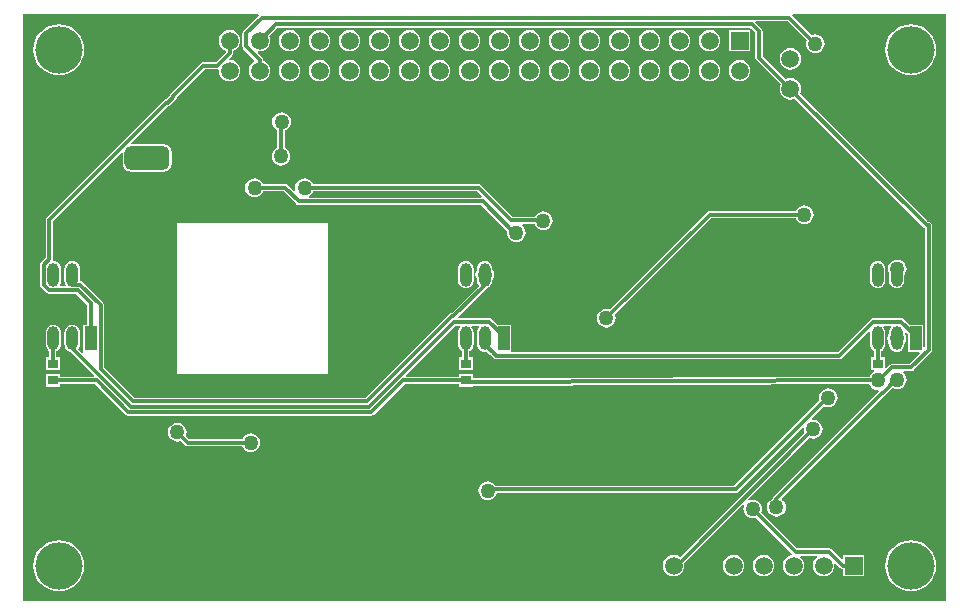
<source format=gbl>
G04*
G04 #@! TF.GenerationSoftware,Altium Limited,Altium Designer,18.1.11 (251)*
G04*
G04 Layer_Physical_Order=2*
G04 Layer_Color=16711680*
%FSLAX25Y25*%
%MOIN*%
G70*
G01*
G75*
%ADD82C,0.01200*%
%ADD85C,0.05906*%
%ADD86R,0.05906X0.05906*%
G04:AMPARAMS|DCode=87|XSize=150mil|YSize=78.74mil|CornerRadius=19.68mil|HoleSize=0mil|Usage=FLASHONLY|Rotation=0.000|XOffset=0mil|YOffset=0mil|HoleType=Round|Shape=RoundedRectangle|*
%AMROUNDEDRECTD87*
21,1,0.15000,0.03937,0,0,0.0*
21,1,0.11063,0.07874,0,0,0.0*
1,1,0.03937,0.05531,-0.01968*
1,1,0.03937,-0.05531,-0.01968*
1,1,0.03937,-0.05531,0.01968*
1,1,0.03937,0.05531,0.01968*
%
%ADD87ROUNDEDRECTD87*%
%ADD88C,0.05000*%
%ADD89C,0.15748*%
%ADD90R,0.03543X0.03150*%
%ADD91O,0.03937X0.07874*%
%ADD92R,0.03937X0.07874*%
G36*
X552379Y297621D02*
X244621D01*
Y493378D01*
X322941D01*
X323148Y492878D01*
X318082Y487812D01*
X317817Y487416D01*
X317724Y486947D01*
Y482614D01*
X317817Y482146D01*
X318082Y481749D01*
X321741Y478090D01*
X321602Y477522D01*
X320966Y477034D01*
X320397Y476292D01*
X320039Y475427D01*
X319917Y474500D01*
X320039Y473572D01*
X320397Y472708D01*
X320966Y471966D01*
X321708Y471397D01*
X322573Y471039D01*
X323500Y470917D01*
X324427Y471039D01*
X325292Y471397D01*
X326034Y471966D01*
X326603Y472708D01*
X326961Y473572D01*
X327083Y474500D01*
X326961Y475427D01*
X326603Y476292D01*
X326034Y477034D01*
X325292Y477603D01*
X324724Y477839D01*
Y478061D01*
X324630Y478530D01*
X324365Y478927D01*
X322785Y480506D01*
X323019Y480980D01*
X323500Y480917D01*
X324427Y481039D01*
X325292Y481397D01*
X326034Y481966D01*
X326603Y482708D01*
X326961Y483572D01*
X327083Y484500D01*
X326961Y485428D01*
X326726Y485996D01*
X329507Y488776D01*
X486985D01*
X487277Y488442D01*
X486982Y488053D01*
X486571Y488053D01*
X479947D01*
Y480947D01*
X487053D01*
Y487555D01*
X487053Y488010D01*
X487437Y488333D01*
X488677Y487093D01*
Y478886D01*
X488770Y478418D01*
X489035Y478021D01*
X497124Y469932D01*
X496889Y469363D01*
X496767Y468436D01*
X496889Y467508D01*
X497247Y466644D01*
X497817Y465902D01*
X498559Y465333D01*
X499423Y464975D01*
X500350Y464853D01*
X501278Y464975D01*
X501846Y465210D01*
X544921Y422135D01*
X545276Y421897D01*
Y382313D01*
X545167Y382239D01*
X544667Y382506D01*
Y389777D01*
X540008D01*
X538142Y391642D01*
X537746Y391908D01*
X537277Y392001D01*
X528022D01*
X527554Y391908D01*
X527157Y391642D01*
X516238Y380724D01*
X407368D01*
Y389777D01*
X402708D01*
X400843Y391642D01*
X400446Y391908D01*
X399978Y392001D01*
X389884D01*
X389693Y392463D01*
X399322Y402092D01*
X399795Y402288D01*
X400332Y402700D01*
X400744Y403236D01*
X401002Y403861D01*
X401091Y404531D01*
Y404784D01*
X401208Y404937D01*
X401520Y405691D01*
X401627Y406500D01*
X401520Y407309D01*
X401208Y408063D01*
X401091Y408216D01*
Y408468D01*
X401002Y409139D01*
X400744Y409764D01*
X400332Y410300D01*
X399795Y410712D01*
X399170Y410971D01*
X398500Y411059D01*
X397830Y410971D01*
X397205Y410712D01*
X396668Y410300D01*
X396256Y409764D01*
X395998Y409139D01*
X395909Y408468D01*
Y408216D01*
X395792Y408063D01*
X395480Y407309D01*
X395373Y406500D01*
X395480Y405691D01*
X395792Y404937D01*
X395909Y404784D01*
Y404531D01*
X395998Y403861D01*
X396256Y403236D01*
X396582Y402812D01*
X387570Y393801D01*
X387532D01*
X387063Y393707D01*
X386666Y393442D01*
X358748Y365524D01*
X281752D01*
X271691Y375585D01*
Y396316D01*
X271598Y396785D01*
X271333Y397182D01*
X264486Y404028D01*
X264089Y404293D01*
X263621Y404387D01*
X263578Y404436D01*
X263591Y404531D01*
Y408468D01*
X263502Y409139D01*
X263244Y409764D01*
X262832Y410300D01*
X262295Y410712D01*
X261670Y410971D01*
X261000Y411059D01*
X260330Y410971D01*
X259705Y410712D01*
X259168Y410300D01*
X258756Y409764D01*
X258498Y409139D01*
X258409Y408468D01*
Y404531D01*
X258498Y403861D01*
X258756Y403236D01*
X258871Y403087D01*
X258625Y402587D01*
X257076D01*
X256830Y403087D01*
X256944Y403236D01*
X257203Y403861D01*
X257291Y404531D01*
Y408468D01*
X257203Y409139D01*
X256944Y409764D01*
X256533Y410300D01*
X255996Y410712D01*
X255371Y410971D01*
X254977Y411023D01*
X254610Y411477D01*
X254594Y411550D01*
X254612Y411637D01*
Y424382D01*
X277378Y447148D01*
X277878Y446940D01*
Y443409D01*
X277966Y442739D01*
X278225Y442114D01*
X278637Y441578D01*
X279173Y441166D01*
X279798Y440907D01*
X280469Y440819D01*
X291531D01*
X292202Y440907D01*
X292827Y441166D01*
X293363Y441578D01*
X293775Y442114D01*
X294034Y442739D01*
X294122Y443409D01*
Y447346D01*
X294034Y448017D01*
X293775Y448642D01*
X293363Y449178D01*
X292827Y449590D01*
X292202Y449849D01*
X291531Y449937D01*
X280874D01*
X280667Y450437D01*
X292876Y462646D01*
X293312Y462733D01*
X293709Y462998D01*
X295565Y464854D01*
X295830Y465251D01*
X295917Y465687D01*
X305227Y474997D01*
X309347D01*
X309481Y475023D01*
X309931Y474612D01*
X309917Y474500D01*
X310039Y473572D01*
X310397Y472708D01*
X310966Y471966D01*
X311708Y471397D01*
X312573Y471039D01*
X313500Y470917D01*
X314427Y471039D01*
X315292Y471397D01*
X316034Y471966D01*
X316603Y472708D01*
X316961Y473572D01*
X317083Y474500D01*
X316961Y475427D01*
X316603Y476292D01*
X316034Y477034D01*
X315292Y477603D01*
X314427Y477961D01*
X313631Y478066D01*
X313389Y478532D01*
X314365Y479508D01*
X314630Y479905D01*
X314723Y480373D01*
Y481161D01*
X315292Y481397D01*
X316034Y481966D01*
X316603Y482708D01*
X316961Y483572D01*
X317083Y484500D01*
X316961Y485428D01*
X316603Y486292D01*
X316034Y487034D01*
X315292Y487603D01*
X314427Y487961D01*
X313500Y488083D01*
X312573Y487961D01*
X311708Y487603D01*
X310966Y487034D01*
X310397Y486292D01*
X310039Y485428D01*
X309917Y484500D01*
X310039Y483572D01*
X310397Y482708D01*
X310966Y481966D01*
X311708Y481397D01*
X312013Y481271D01*
X312096Y480699D01*
X308840Y477444D01*
X304720D01*
X304252Y477351D01*
X303855Y477085D01*
X293835Y467065D01*
X293570Y466668D01*
X293483Y466232D01*
X292331Y465080D01*
X291895Y464993D01*
X291498Y464728D01*
X252523Y425753D01*
X252258Y425357D01*
X252165Y424888D01*
Y412144D01*
X250667Y410646D01*
X250402Y410249D01*
X250309Y409781D01*
Y404662D01*
X250276Y404500D01*
X250309Y404338D01*
Y403219D01*
X250402Y402751D01*
X250667Y402354D01*
X252523Y400498D01*
X252920Y400233D01*
X253388Y400140D01*
X262369D01*
X266076Y396432D01*
Y389777D01*
X264731D01*
Y380707D01*
X264375Y380356D01*
X263031Y381699D01*
X263244Y381976D01*
X263502Y382601D01*
X263591Y383272D01*
Y387209D01*
X263502Y387879D01*
X263244Y388504D01*
X262832Y389040D01*
X262295Y389452D01*
X261670Y389711D01*
X261000Y389799D01*
X260330Y389711D01*
X259705Y389452D01*
X259168Y389040D01*
X258756Y388504D01*
X258498Y387879D01*
X258409Y387209D01*
Y383272D01*
X258498Y382601D01*
X258756Y381976D01*
X259168Y381440D01*
X259705Y381028D01*
X260330Y380769D01*
X260526Y380743D01*
X268340Y372930D01*
X268149Y372468D01*
X256872D01*
Y373419D01*
X252128D01*
Y369069D01*
X256872D01*
Y370021D01*
X268704D01*
X278889Y359835D01*
X279286Y359570D01*
X279754Y359476D01*
X360746D01*
X361214Y359570D01*
X361611Y359835D01*
X371796Y370021D01*
X389829D01*
Y369069D01*
X394572D01*
Y369527D01*
X526656Y370010D01*
X526792Y369681D01*
X527128Y369243D01*
Y369069D01*
X527261D01*
X527289Y369033D01*
X527937Y368536D01*
X528691Y368224D01*
X529500Y368117D01*
X529552Y368124D01*
X529785Y367651D01*
X494887Y332752D01*
X494622Y332355D01*
X494528Y331887D01*
Y331849D01*
X494189Y331708D01*
X493541Y331211D01*
X493044Y330563D01*
X492732Y329809D01*
X492625Y329000D01*
X492732Y328191D01*
X493044Y327437D01*
X493541Y326789D01*
X494189Y326292D01*
X494943Y325980D01*
X495752Y325873D01*
X496561Y325980D01*
X497315Y326292D01*
X497963Y326789D01*
X498460Y327437D01*
X498772Y328191D01*
X498879Y329000D01*
X498772Y329809D01*
X498460Y330563D01*
X497963Y331211D01*
X497709Y331406D01*
X497665Y332070D01*
X531595Y366000D01*
X531667Y366014D01*
X532063Y366279D01*
X534465Y368681D01*
X534517Y368759D01*
X535191Y368480D01*
X536000Y368373D01*
X536809Y368480D01*
X537563Y368792D01*
X538211Y369289D01*
X538708Y369937D01*
X539020Y370691D01*
X539127Y371500D01*
X539020Y372309D01*
X538708Y373063D01*
X538211Y373711D01*
X537995Y373877D01*
X538165Y374377D01*
X540626D01*
X541095Y374470D01*
X541492Y374735D01*
X547365Y380608D01*
X547630Y381005D01*
X547723Y381473D01*
Y423000D01*
X547630Y423468D01*
X547365Y423865D01*
X546968Y424130D01*
X546500Y424224D01*
X546293D01*
X503576Y466940D01*
X503812Y467508D01*
X503934Y468436D01*
X503812Y469363D01*
X503454Y470228D01*
X502884Y470970D01*
X502142Y471539D01*
X501278Y471897D01*
X500350Y472019D01*
X499423Y471897D01*
X498855Y471662D01*
X491123Y479393D01*
Y487600D01*
X491030Y488068D01*
X490765Y488465D01*
X488754Y490477D01*
X488961Y490976D01*
X499493D01*
X505821Y484649D01*
X505680Y484309D01*
X505573Y483500D01*
X505680Y482691D01*
X505992Y481937D01*
X506489Y481289D01*
X507137Y480792D01*
X507891Y480480D01*
X508700Y480373D01*
X509509Y480480D01*
X510263Y480792D01*
X510911Y481289D01*
X511408Y481937D01*
X511720Y482691D01*
X511827Y483500D01*
X511720Y484309D01*
X511408Y485063D01*
X510911Y485711D01*
X510263Y486208D01*
X509509Y486520D01*
X508700Y486627D01*
X507891Y486520D01*
X507551Y486379D01*
X501052Y492878D01*
X501259Y493378D01*
X552378D01*
X552379Y297621D01*
D02*
G37*
G36*
X533984Y389054D02*
X533967Y389040D01*
X533556Y388504D01*
X533297Y387879D01*
X533209Y387209D01*
Y386956D01*
X533091Y386804D01*
X532779Y386049D01*
X532673Y385240D01*
X532779Y384431D01*
X533091Y383677D01*
X533209Y383524D01*
Y383272D01*
X533297Y382601D01*
X533556Y381976D01*
X533967Y381440D01*
X534504Y381028D01*
X535129Y380769D01*
X535799Y380681D01*
X536470Y380769D01*
X537094Y381028D01*
X537631Y381440D01*
X538043Y381976D01*
X538302Y382601D01*
X538390Y383272D01*
Y383524D01*
X538507Y383677D01*
X538819Y384431D01*
X538926Y385240D01*
X538819Y386049D01*
X538507Y386804D01*
X538564Y387053D01*
X539112Y387212D01*
X539530Y386794D01*
Y380703D01*
X543346D01*
X543537Y380241D01*
X540120Y376823D01*
X534302D01*
X533834Y376730D01*
X533437Y376465D01*
X532334Y375362D01*
X531872Y375553D01*
Y378931D01*
X530723D01*
Y380998D01*
X530795Y381028D01*
X531332Y381440D01*
X531744Y381976D01*
X532002Y382601D01*
X532091Y383272D01*
Y387209D01*
X532002Y387879D01*
X531744Y388504D01*
X531332Y389040D01*
X531315Y389054D01*
X531485Y389554D01*
X533815D01*
X533984Y389054D01*
D02*
G37*
G36*
X396685D02*
X396668Y389040D01*
X396256Y388504D01*
X395998Y387879D01*
X395909Y387209D01*
Y383272D01*
X395998Y382601D01*
X396256Y381976D01*
X396668Y381440D01*
X397205Y381028D01*
X397830Y380769D01*
X398500Y380681D01*
X399170Y380769D01*
X399313Y380828D01*
X400365Y379775D01*
X400365Y379775D01*
X401506Y378635D01*
X401903Y378370D01*
X402371Y378276D01*
X516745D01*
X517213Y378370D01*
X517610Y378635D01*
X526439Y387464D01*
X526912Y387230D01*
X526909Y387209D01*
Y383272D01*
X526998Y382601D01*
X527256Y381976D01*
X527668Y381440D01*
X528205Y381028D01*
X528276Y380998D01*
Y378931D01*
X527128D01*
Y374581D01*
X528149D01*
X528249Y374081D01*
X527937Y373952D01*
X527289Y373455D01*
X527261Y373419D01*
X527128D01*
Y373246D01*
X526792Y372808D01*
X526647Y372457D01*
X394927Y371976D01*
X394572Y372329D01*
Y373419D01*
X389829D01*
Y372468D01*
X372351D01*
X372160Y372930D01*
X388784Y389554D01*
X390216D01*
X390386Y389054D01*
X390369Y389040D01*
X389957Y388504D01*
X389698Y387879D01*
X389610Y387209D01*
Y383272D01*
X389698Y382601D01*
X389957Y381976D01*
X390369Y381440D01*
X390905Y381028D01*
X390977Y380998D01*
Y378931D01*
X389829D01*
Y374581D01*
X394572D01*
Y378931D01*
X393424D01*
Y380998D01*
X393496Y381028D01*
X394033Y381440D01*
X394444Y381976D01*
X394703Y382601D01*
X394791Y383272D01*
Y387209D01*
X394703Y387879D01*
X394444Y388504D01*
X394033Y389040D01*
X394016Y389054D01*
X394185Y389554D01*
X396515D01*
X396685Y389054D01*
D02*
G37*
%LPC*%
G36*
X473500Y488083D02*
X472573Y487961D01*
X471708Y487603D01*
X470966Y487034D01*
X470397Y486292D01*
X470039Y485428D01*
X469917Y484500D01*
X470039Y483572D01*
X470397Y482708D01*
X470966Y481966D01*
X471708Y481397D01*
X472573Y481039D01*
X473500Y480917D01*
X474428Y481039D01*
X475292Y481397D01*
X476034Y481966D01*
X476603Y482708D01*
X476961Y483572D01*
X477083Y484500D01*
X476961Y485428D01*
X476603Y486292D01*
X476034Y487034D01*
X475292Y487603D01*
X474428Y487961D01*
X473500Y488083D01*
D02*
G37*
G36*
X463500D02*
X462572Y487961D01*
X461708Y487603D01*
X460966Y487034D01*
X460397Y486292D01*
X460039Y485428D01*
X459917Y484500D01*
X460039Y483572D01*
X460397Y482708D01*
X460966Y481966D01*
X461708Y481397D01*
X462572Y481039D01*
X463500Y480917D01*
X464428Y481039D01*
X465292Y481397D01*
X466034Y481966D01*
X466603Y482708D01*
X466961Y483572D01*
X467083Y484500D01*
X466961Y485428D01*
X466603Y486292D01*
X466034Y487034D01*
X465292Y487603D01*
X464428Y487961D01*
X463500Y488083D01*
D02*
G37*
G36*
X453500D02*
X452572Y487961D01*
X451708Y487603D01*
X450966Y487034D01*
X450397Y486292D01*
X450039Y485428D01*
X449917Y484500D01*
X450039Y483572D01*
X450397Y482708D01*
X450966Y481966D01*
X451708Y481397D01*
X452572Y481039D01*
X453500Y480917D01*
X454427Y481039D01*
X455292Y481397D01*
X456034Y481966D01*
X456603Y482708D01*
X456961Y483572D01*
X457083Y484500D01*
X456961Y485428D01*
X456603Y486292D01*
X456034Y487034D01*
X455292Y487603D01*
X454427Y487961D01*
X453500Y488083D01*
D02*
G37*
G36*
X443500D02*
X442572Y487961D01*
X441708Y487603D01*
X440966Y487034D01*
X440397Y486292D01*
X440039Y485428D01*
X439917Y484500D01*
X440039Y483572D01*
X440397Y482708D01*
X440966Y481966D01*
X441708Y481397D01*
X442572Y481039D01*
X443500Y480917D01*
X444427Y481039D01*
X445292Y481397D01*
X446034Y481966D01*
X446603Y482708D01*
X446961Y483572D01*
X447083Y484500D01*
X446961Y485428D01*
X446603Y486292D01*
X446034Y487034D01*
X445292Y487603D01*
X444427Y487961D01*
X443500Y488083D01*
D02*
G37*
G36*
X433500D02*
X432573Y487961D01*
X431708Y487603D01*
X430966Y487034D01*
X430397Y486292D01*
X430039Y485428D01*
X429917Y484500D01*
X430039Y483572D01*
X430397Y482708D01*
X430966Y481966D01*
X431708Y481397D01*
X432573Y481039D01*
X433500Y480917D01*
X434427Y481039D01*
X435292Y481397D01*
X436034Y481966D01*
X436603Y482708D01*
X436961Y483572D01*
X437083Y484500D01*
X436961Y485428D01*
X436603Y486292D01*
X436034Y487034D01*
X435292Y487603D01*
X434427Y487961D01*
X433500Y488083D01*
D02*
G37*
G36*
X423500D02*
X422573Y487961D01*
X421708Y487603D01*
X420966Y487034D01*
X420397Y486292D01*
X420039Y485428D01*
X419917Y484500D01*
X420039Y483572D01*
X420397Y482708D01*
X420966Y481966D01*
X421708Y481397D01*
X422573Y481039D01*
X423500Y480917D01*
X424428Y481039D01*
X425292Y481397D01*
X426034Y481966D01*
X426603Y482708D01*
X426961Y483572D01*
X427083Y484500D01*
X426961Y485428D01*
X426603Y486292D01*
X426034Y487034D01*
X425292Y487603D01*
X424428Y487961D01*
X423500Y488083D01*
D02*
G37*
G36*
X413500D02*
X412572Y487961D01*
X411708Y487603D01*
X410966Y487034D01*
X410397Y486292D01*
X410039Y485428D01*
X409917Y484500D01*
X410039Y483572D01*
X410397Y482708D01*
X410966Y481966D01*
X411708Y481397D01*
X412572Y481039D01*
X413500Y480917D01*
X414428Y481039D01*
X415292Y481397D01*
X416034Y481966D01*
X416603Y482708D01*
X416961Y483572D01*
X417083Y484500D01*
X416961Y485428D01*
X416603Y486292D01*
X416034Y487034D01*
X415292Y487603D01*
X414428Y487961D01*
X413500Y488083D01*
D02*
G37*
G36*
X403500D02*
X402573Y487961D01*
X401708Y487603D01*
X400966Y487034D01*
X400397Y486292D01*
X400039Y485428D01*
X399917Y484500D01*
X400039Y483572D01*
X400397Y482708D01*
X400966Y481966D01*
X401708Y481397D01*
X402573Y481039D01*
X403500Y480917D01*
X404427Y481039D01*
X405292Y481397D01*
X406034Y481966D01*
X406603Y482708D01*
X406961Y483572D01*
X407083Y484500D01*
X406961Y485428D01*
X406603Y486292D01*
X406034Y487034D01*
X405292Y487603D01*
X404427Y487961D01*
X403500Y488083D01*
D02*
G37*
G36*
X393500D02*
X392573Y487961D01*
X391708Y487603D01*
X390966Y487034D01*
X390397Y486292D01*
X390039Y485428D01*
X389917Y484500D01*
X390039Y483572D01*
X390397Y482708D01*
X390966Y481966D01*
X391708Y481397D01*
X392573Y481039D01*
X393500Y480917D01*
X394427Y481039D01*
X395292Y481397D01*
X396034Y481966D01*
X396603Y482708D01*
X396961Y483572D01*
X397083Y484500D01*
X396961Y485428D01*
X396603Y486292D01*
X396034Y487034D01*
X395292Y487603D01*
X394427Y487961D01*
X393500Y488083D01*
D02*
G37*
G36*
X383500D02*
X382573Y487961D01*
X381708Y487603D01*
X380966Y487034D01*
X380397Y486292D01*
X380039Y485428D01*
X379917Y484500D01*
X380039Y483572D01*
X380397Y482708D01*
X380966Y481966D01*
X381708Y481397D01*
X382573Y481039D01*
X383500Y480917D01*
X384427Y481039D01*
X385292Y481397D01*
X386034Y481966D01*
X386603Y482708D01*
X386961Y483572D01*
X387083Y484500D01*
X386961Y485428D01*
X386603Y486292D01*
X386034Y487034D01*
X385292Y487603D01*
X384427Y487961D01*
X383500Y488083D01*
D02*
G37*
G36*
X373500D02*
X372573Y487961D01*
X371708Y487603D01*
X370966Y487034D01*
X370397Y486292D01*
X370039Y485428D01*
X369917Y484500D01*
X370039Y483572D01*
X370397Y482708D01*
X370966Y481966D01*
X371708Y481397D01*
X372573Y481039D01*
X373500Y480917D01*
X374427Y481039D01*
X375292Y481397D01*
X376034Y481966D01*
X376603Y482708D01*
X376961Y483572D01*
X377083Y484500D01*
X376961Y485428D01*
X376603Y486292D01*
X376034Y487034D01*
X375292Y487603D01*
X374427Y487961D01*
X373500Y488083D01*
D02*
G37*
G36*
X363500D02*
X362573Y487961D01*
X361708Y487603D01*
X360966Y487034D01*
X360397Y486292D01*
X360039Y485428D01*
X359917Y484500D01*
X360039Y483572D01*
X360397Y482708D01*
X360966Y481966D01*
X361708Y481397D01*
X362573Y481039D01*
X363500Y480917D01*
X364427Y481039D01*
X365292Y481397D01*
X366034Y481966D01*
X366603Y482708D01*
X366961Y483572D01*
X367083Y484500D01*
X366961Y485428D01*
X366603Y486292D01*
X366034Y487034D01*
X365292Y487603D01*
X364427Y487961D01*
X363500Y488083D01*
D02*
G37*
G36*
X353500D02*
X352573Y487961D01*
X351708Y487603D01*
X350966Y487034D01*
X350397Y486292D01*
X350039Y485428D01*
X349917Y484500D01*
X350039Y483572D01*
X350397Y482708D01*
X350966Y481966D01*
X351708Y481397D01*
X352573Y481039D01*
X353500Y480917D01*
X354427Y481039D01*
X355292Y481397D01*
X356034Y481966D01*
X356603Y482708D01*
X356961Y483572D01*
X357083Y484500D01*
X356961Y485428D01*
X356603Y486292D01*
X356034Y487034D01*
X355292Y487603D01*
X354427Y487961D01*
X353500Y488083D01*
D02*
G37*
G36*
X343500D02*
X342573Y487961D01*
X341708Y487603D01*
X340966Y487034D01*
X340397Y486292D01*
X340039Y485428D01*
X339917Y484500D01*
X340039Y483572D01*
X340397Y482708D01*
X340966Y481966D01*
X341708Y481397D01*
X342573Y481039D01*
X343500Y480917D01*
X344427Y481039D01*
X345292Y481397D01*
X346034Y481966D01*
X346603Y482708D01*
X346961Y483572D01*
X347083Y484500D01*
X346961Y485428D01*
X346603Y486292D01*
X346034Y487034D01*
X345292Y487603D01*
X344427Y487961D01*
X343500Y488083D01*
D02*
G37*
G36*
X333500D02*
X332573Y487961D01*
X331708Y487603D01*
X330966Y487034D01*
X330397Y486292D01*
X330039Y485428D01*
X329917Y484500D01*
X330039Y483572D01*
X330397Y482708D01*
X330966Y481966D01*
X331708Y481397D01*
X332573Y481039D01*
X333500Y480917D01*
X334427Y481039D01*
X335292Y481397D01*
X336034Y481966D01*
X336603Y482708D01*
X336961Y483572D01*
X337083Y484500D01*
X336961Y485428D01*
X336603Y486292D01*
X336034Y487034D01*
X335292Y487603D01*
X334427Y487961D01*
X333500Y488083D01*
D02*
G37*
G36*
X500350Y482019D02*
X499423Y481897D01*
X498559Y481539D01*
X497817Y480970D01*
X497247Y480228D01*
X496889Y479363D01*
X496767Y478436D01*
X496889Y477508D01*
X497247Y476644D01*
X497817Y475902D01*
X498559Y475333D01*
X499423Y474975D01*
X500350Y474853D01*
X501278Y474975D01*
X502142Y475333D01*
X502884Y475902D01*
X503454Y476644D01*
X503812Y477508D01*
X503934Y478436D01*
X503812Y479363D01*
X503454Y480228D01*
X502884Y480970D01*
X502142Y481539D01*
X501278Y481897D01*
X500350Y482019D01*
D02*
G37*
G36*
X540500Y490015D02*
X538839Y489851D01*
X537241Y489367D01*
X535769Y488580D01*
X534479Y487521D01*
X533420Y486231D01*
X532633Y484759D01*
X532149Y483161D01*
X531985Y481500D01*
X532149Y479839D01*
X532633Y478241D01*
X533420Y476769D01*
X534479Y475479D01*
X535769Y474420D01*
X537241Y473633D01*
X538839Y473149D01*
X540500Y472985D01*
X542161Y473149D01*
X543759Y473633D01*
X545231Y474420D01*
X546521Y475479D01*
X547580Y476769D01*
X548367Y478241D01*
X548851Y479839D01*
X549015Y481500D01*
X548851Y483161D01*
X548367Y484759D01*
X547580Y486231D01*
X546521Y487521D01*
X545231Y488580D01*
X543759Y489367D01*
X542161Y489851D01*
X540500Y490015D01*
D02*
G37*
G36*
X256500D02*
X254839Y489851D01*
X253241Y489367D01*
X251769Y488580D01*
X250479Y487521D01*
X249420Y486231D01*
X248633Y484759D01*
X248149Y483161D01*
X247985Y481500D01*
X248149Y479839D01*
X248633Y478241D01*
X249420Y476769D01*
X250479Y475479D01*
X251769Y474420D01*
X253241Y473633D01*
X254839Y473149D01*
X256500Y472985D01*
X258161Y473149D01*
X259759Y473633D01*
X261231Y474420D01*
X262521Y475479D01*
X263580Y476769D01*
X264367Y478241D01*
X264851Y479839D01*
X265015Y481500D01*
X264851Y483161D01*
X264367Y484759D01*
X263580Y486231D01*
X262521Y487521D01*
X261231Y488580D01*
X259759Y489367D01*
X258161Y489851D01*
X256500Y490015D01*
D02*
G37*
G36*
X483500Y478083D02*
X482573Y477961D01*
X481708Y477603D01*
X480966Y477034D01*
X480397Y476292D01*
X480039Y475427D01*
X479917Y474500D01*
X480039Y473572D01*
X480397Y472708D01*
X480966Y471966D01*
X481708Y471397D01*
X482573Y471039D01*
X483500Y470917D01*
X484427Y471039D01*
X485292Y471397D01*
X486034Y471966D01*
X486603Y472708D01*
X486961Y473572D01*
X487083Y474500D01*
X486961Y475427D01*
X486603Y476292D01*
X486034Y477034D01*
X485292Y477603D01*
X484427Y477961D01*
X483500Y478083D01*
D02*
G37*
G36*
X473500D02*
X472573Y477961D01*
X471708Y477603D01*
X470966Y477034D01*
X470397Y476292D01*
X470039Y475427D01*
X469917Y474500D01*
X470039Y473572D01*
X470397Y472708D01*
X470966Y471966D01*
X471708Y471397D01*
X472573Y471039D01*
X473500Y470917D01*
X474428Y471039D01*
X475292Y471397D01*
X476034Y471966D01*
X476603Y472708D01*
X476961Y473572D01*
X477083Y474500D01*
X476961Y475427D01*
X476603Y476292D01*
X476034Y477034D01*
X475292Y477603D01*
X474428Y477961D01*
X473500Y478083D01*
D02*
G37*
G36*
X463500D02*
X462572Y477961D01*
X461708Y477603D01*
X460966Y477034D01*
X460397Y476292D01*
X460039Y475427D01*
X459917Y474500D01*
X460039Y473572D01*
X460397Y472708D01*
X460966Y471966D01*
X461708Y471397D01*
X462572Y471039D01*
X463500Y470917D01*
X464428Y471039D01*
X465292Y471397D01*
X466034Y471966D01*
X466603Y472708D01*
X466961Y473572D01*
X467083Y474500D01*
X466961Y475427D01*
X466603Y476292D01*
X466034Y477034D01*
X465292Y477603D01*
X464428Y477961D01*
X463500Y478083D01*
D02*
G37*
G36*
X453500D02*
X452572Y477961D01*
X451708Y477603D01*
X450966Y477034D01*
X450397Y476292D01*
X450039Y475427D01*
X449917Y474500D01*
X450039Y473572D01*
X450397Y472708D01*
X450966Y471966D01*
X451708Y471397D01*
X452572Y471039D01*
X453500Y470917D01*
X454427Y471039D01*
X455292Y471397D01*
X456034Y471966D01*
X456603Y472708D01*
X456961Y473572D01*
X457083Y474500D01*
X456961Y475427D01*
X456603Y476292D01*
X456034Y477034D01*
X455292Y477603D01*
X454427Y477961D01*
X453500Y478083D01*
D02*
G37*
G36*
X443500D02*
X442572Y477961D01*
X441708Y477603D01*
X440966Y477034D01*
X440397Y476292D01*
X440039Y475427D01*
X439917Y474500D01*
X440039Y473572D01*
X440397Y472708D01*
X440966Y471966D01*
X441708Y471397D01*
X442572Y471039D01*
X443500Y470917D01*
X444427Y471039D01*
X445292Y471397D01*
X446034Y471966D01*
X446603Y472708D01*
X446961Y473572D01*
X447083Y474500D01*
X446961Y475427D01*
X446603Y476292D01*
X446034Y477034D01*
X445292Y477603D01*
X444427Y477961D01*
X443500Y478083D01*
D02*
G37*
G36*
X433500D02*
X432573Y477961D01*
X431708Y477603D01*
X430966Y477034D01*
X430397Y476292D01*
X430039Y475427D01*
X429917Y474500D01*
X430039Y473572D01*
X430397Y472708D01*
X430966Y471966D01*
X431708Y471397D01*
X432573Y471039D01*
X433500Y470917D01*
X434427Y471039D01*
X435292Y471397D01*
X436034Y471966D01*
X436603Y472708D01*
X436961Y473572D01*
X437083Y474500D01*
X436961Y475427D01*
X436603Y476292D01*
X436034Y477034D01*
X435292Y477603D01*
X434427Y477961D01*
X433500Y478083D01*
D02*
G37*
G36*
X423500D02*
X422573Y477961D01*
X421708Y477603D01*
X420966Y477034D01*
X420397Y476292D01*
X420039Y475427D01*
X419917Y474500D01*
X420039Y473572D01*
X420397Y472708D01*
X420966Y471966D01*
X421708Y471397D01*
X422573Y471039D01*
X423500Y470917D01*
X424428Y471039D01*
X425292Y471397D01*
X426034Y471966D01*
X426603Y472708D01*
X426961Y473572D01*
X427083Y474500D01*
X426961Y475427D01*
X426603Y476292D01*
X426034Y477034D01*
X425292Y477603D01*
X424428Y477961D01*
X423500Y478083D01*
D02*
G37*
G36*
X413500D02*
X412572Y477961D01*
X411708Y477603D01*
X410966Y477034D01*
X410397Y476292D01*
X410039Y475427D01*
X409917Y474500D01*
X410039Y473572D01*
X410397Y472708D01*
X410966Y471966D01*
X411708Y471397D01*
X412572Y471039D01*
X413500Y470917D01*
X414428Y471039D01*
X415292Y471397D01*
X416034Y471966D01*
X416603Y472708D01*
X416961Y473572D01*
X417083Y474500D01*
X416961Y475427D01*
X416603Y476292D01*
X416034Y477034D01*
X415292Y477603D01*
X414428Y477961D01*
X413500Y478083D01*
D02*
G37*
G36*
X403500D02*
X402573Y477961D01*
X401708Y477603D01*
X400966Y477034D01*
X400397Y476292D01*
X400039Y475427D01*
X399917Y474500D01*
X400039Y473572D01*
X400397Y472708D01*
X400966Y471966D01*
X401708Y471397D01*
X402573Y471039D01*
X403500Y470917D01*
X404427Y471039D01*
X405292Y471397D01*
X406034Y471966D01*
X406603Y472708D01*
X406961Y473572D01*
X407083Y474500D01*
X406961Y475427D01*
X406603Y476292D01*
X406034Y477034D01*
X405292Y477603D01*
X404427Y477961D01*
X403500Y478083D01*
D02*
G37*
G36*
X393500D02*
X392573Y477961D01*
X391708Y477603D01*
X390966Y477034D01*
X390397Y476292D01*
X390039Y475427D01*
X389917Y474500D01*
X390039Y473572D01*
X390397Y472708D01*
X390966Y471966D01*
X391708Y471397D01*
X392573Y471039D01*
X393500Y470917D01*
X394427Y471039D01*
X395292Y471397D01*
X396034Y471966D01*
X396603Y472708D01*
X396961Y473572D01*
X397083Y474500D01*
X396961Y475427D01*
X396603Y476292D01*
X396034Y477034D01*
X395292Y477603D01*
X394427Y477961D01*
X393500Y478083D01*
D02*
G37*
G36*
X383500D02*
X382573Y477961D01*
X381708Y477603D01*
X380966Y477034D01*
X380397Y476292D01*
X380039Y475427D01*
X379917Y474500D01*
X380039Y473572D01*
X380397Y472708D01*
X380966Y471966D01*
X381708Y471397D01*
X382573Y471039D01*
X383500Y470917D01*
X384427Y471039D01*
X385292Y471397D01*
X386034Y471966D01*
X386603Y472708D01*
X386961Y473572D01*
X387083Y474500D01*
X386961Y475427D01*
X386603Y476292D01*
X386034Y477034D01*
X385292Y477603D01*
X384427Y477961D01*
X383500Y478083D01*
D02*
G37*
G36*
X373500D02*
X372573Y477961D01*
X371708Y477603D01*
X370966Y477034D01*
X370397Y476292D01*
X370039Y475427D01*
X369917Y474500D01*
X370039Y473572D01*
X370397Y472708D01*
X370966Y471966D01*
X371708Y471397D01*
X372573Y471039D01*
X373500Y470917D01*
X374427Y471039D01*
X375292Y471397D01*
X376034Y471966D01*
X376603Y472708D01*
X376961Y473572D01*
X377083Y474500D01*
X376961Y475427D01*
X376603Y476292D01*
X376034Y477034D01*
X375292Y477603D01*
X374427Y477961D01*
X373500Y478083D01*
D02*
G37*
G36*
X363500D02*
X362573Y477961D01*
X361708Y477603D01*
X360966Y477034D01*
X360397Y476292D01*
X360039Y475427D01*
X359917Y474500D01*
X360039Y473572D01*
X360397Y472708D01*
X360966Y471966D01*
X361708Y471397D01*
X362573Y471039D01*
X363500Y470917D01*
X364427Y471039D01*
X365292Y471397D01*
X366034Y471966D01*
X366603Y472708D01*
X366961Y473572D01*
X367083Y474500D01*
X366961Y475427D01*
X366603Y476292D01*
X366034Y477034D01*
X365292Y477603D01*
X364427Y477961D01*
X363500Y478083D01*
D02*
G37*
G36*
X353500D02*
X352573Y477961D01*
X351708Y477603D01*
X350966Y477034D01*
X350397Y476292D01*
X350039Y475427D01*
X349917Y474500D01*
X350039Y473572D01*
X350397Y472708D01*
X350966Y471966D01*
X351708Y471397D01*
X352573Y471039D01*
X353500Y470917D01*
X354427Y471039D01*
X355292Y471397D01*
X356034Y471966D01*
X356603Y472708D01*
X356961Y473572D01*
X357083Y474500D01*
X356961Y475427D01*
X356603Y476292D01*
X356034Y477034D01*
X355292Y477603D01*
X354427Y477961D01*
X353500Y478083D01*
D02*
G37*
G36*
X343500D02*
X342573Y477961D01*
X341708Y477603D01*
X340966Y477034D01*
X340397Y476292D01*
X340039Y475427D01*
X339917Y474500D01*
X340039Y473572D01*
X340397Y472708D01*
X340966Y471966D01*
X341708Y471397D01*
X342573Y471039D01*
X343500Y470917D01*
X344427Y471039D01*
X345292Y471397D01*
X346034Y471966D01*
X346603Y472708D01*
X346961Y473572D01*
X347083Y474500D01*
X346961Y475427D01*
X346603Y476292D01*
X346034Y477034D01*
X345292Y477603D01*
X344427Y477961D01*
X343500Y478083D01*
D02*
G37*
G36*
X333500D02*
X332573Y477961D01*
X331708Y477603D01*
X330966Y477034D01*
X330397Y476292D01*
X330039Y475427D01*
X329917Y474500D01*
X330039Y473572D01*
X330397Y472708D01*
X330966Y471966D01*
X331708Y471397D01*
X332573Y471039D01*
X333500Y470917D01*
X334427Y471039D01*
X335292Y471397D01*
X336034Y471966D01*
X336603Y472708D01*
X336961Y473572D01*
X337083Y474500D01*
X336961Y475427D01*
X336603Y476292D01*
X336034Y477034D01*
X335292Y477603D01*
X334427Y477961D01*
X333500Y478083D01*
D02*
G37*
G36*
X330760Y460627D02*
X329951Y460520D01*
X329197Y460208D01*
X328549Y459711D01*
X328052Y459063D01*
X327740Y458309D01*
X327633Y457500D01*
X327740Y456691D01*
X328052Y455937D01*
X328549Y455289D01*
X329197Y454792D01*
X329340Y454733D01*
Y448798D01*
X329000Y448657D01*
X328352Y448160D01*
X327855Y447512D01*
X327543Y446758D01*
X327436Y445949D01*
X327543Y445140D01*
X327855Y444385D01*
X328352Y443738D01*
X329000Y443241D01*
X329754Y442929D01*
X330563Y442822D01*
X331372Y442929D01*
X332126Y443241D01*
X332774Y443738D01*
X333271Y444385D01*
X333583Y445140D01*
X333690Y445949D01*
X333583Y446758D01*
X333271Y447512D01*
X332774Y448160D01*
X332126Y448657D01*
X331786Y448798D01*
Y454570D01*
X332323Y454792D01*
X332971Y455289D01*
X333468Y455937D01*
X333780Y456691D01*
X333887Y457500D01*
X333780Y458309D01*
X333468Y459063D01*
X332971Y459711D01*
X332323Y460208D01*
X331569Y460520D01*
X330760Y460627D01*
D02*
G37*
G36*
X338437Y438576D02*
X337628Y438469D01*
X336874Y438157D01*
X336226Y437660D01*
X335729Y437012D01*
X335417Y436258D01*
X335310Y435449D01*
X335417Y434640D01*
X335501Y434437D01*
X335077Y434153D01*
X332916Y436314D01*
X332519Y436579D01*
X332051Y436672D01*
X324618D01*
X324477Y437012D01*
X323980Y437660D01*
X323333Y438157D01*
X322579Y438469D01*
X321769Y438576D01*
X320960Y438469D01*
X320206Y438157D01*
X319558Y437660D01*
X319061Y437012D01*
X318749Y436258D01*
X318642Y435449D01*
X318749Y434640D01*
X319061Y433885D01*
X319558Y433238D01*
X320206Y432741D01*
X320960Y432429D01*
X321769Y432322D01*
X322579Y432429D01*
X323333Y432741D01*
X323980Y433238D01*
X324477Y433885D01*
X324618Y434225D01*
X331544D01*
X335635Y430135D01*
X336032Y429870D01*
X336500Y429776D01*
X397284D01*
X405953Y421107D01*
X405873Y420500D01*
X405980Y419691D01*
X406292Y418937D01*
X406789Y418289D01*
X407437Y417792D01*
X408191Y417480D01*
X409000Y417373D01*
X409809Y417480D01*
X410563Y417792D01*
X411211Y418289D01*
X411708Y418937D01*
X412020Y419691D01*
X412127Y420500D01*
X412020Y421309D01*
X411708Y422063D01*
X411211Y422711D01*
X410995Y422877D01*
X411165Y423377D01*
X415110D01*
X415292Y422937D01*
X415789Y422289D01*
X416437Y421792D01*
X417191Y421480D01*
X418000Y421373D01*
X418809Y421480D01*
X419563Y421792D01*
X420211Y422289D01*
X420708Y422937D01*
X421020Y423691D01*
X421127Y424500D01*
X421020Y425309D01*
X420708Y426063D01*
X420211Y426711D01*
X419563Y427208D01*
X418809Y427520D01*
X418000Y427627D01*
X417191Y427520D01*
X416437Y427208D01*
X415789Y426711D01*
X415292Y426063D01*
X415193Y425823D01*
X407808D01*
X397318Y436314D01*
X396921Y436579D01*
X396453Y436672D01*
X341286D01*
X341145Y437012D01*
X340648Y437660D01*
X340000Y438157D01*
X339246Y438469D01*
X338437Y438576D01*
D02*
G37*
G36*
X505000Y429627D02*
X504191Y429520D01*
X503437Y429208D01*
X502789Y428711D01*
X502292Y428063D01*
X502151Y427724D01*
X473500D01*
X473032Y427630D01*
X472635Y427365D01*
X440149Y394879D01*
X439809Y395020D01*
X439000Y395127D01*
X438191Y395020D01*
X437437Y394708D01*
X436789Y394211D01*
X436292Y393563D01*
X435980Y392809D01*
X435873Y392000D01*
X435980Y391191D01*
X436292Y390437D01*
X436789Y389789D01*
X437437Y389292D01*
X438191Y388980D01*
X439000Y388873D01*
X439809Y388980D01*
X440563Y389292D01*
X441211Y389789D01*
X441708Y390437D01*
X442020Y391191D01*
X442127Y392000D01*
X442020Y392809D01*
X441879Y393149D01*
X474007Y425277D01*
X502151D01*
X502292Y424937D01*
X502789Y424289D01*
X503437Y423792D01*
X504191Y423480D01*
X505000Y423373D01*
X505809Y423480D01*
X506563Y423792D01*
X507211Y424289D01*
X507708Y424937D01*
X508020Y425691D01*
X508127Y426500D01*
X508020Y427309D01*
X507708Y428063D01*
X507211Y428711D01*
X506563Y429208D01*
X505809Y429520D01*
X505000Y429627D01*
D02*
G37*
G36*
X536000Y411516D02*
X535191Y411409D01*
X534437Y411097D01*
X533789Y410600D01*
X533292Y409952D01*
X532980Y409198D01*
X532873Y408389D01*
X532980Y407580D01*
X533209Y407027D01*
Y404531D01*
X533297Y403861D01*
X533556Y403236D01*
X533967Y402700D01*
X534504Y402288D01*
X535129Y402029D01*
X535799Y401941D01*
X536470Y402029D01*
X537094Y402288D01*
X537631Y402700D01*
X538043Y403236D01*
X538302Y403861D01*
X538390Y404531D01*
Y406411D01*
X538708Y406825D01*
X539020Y407580D01*
X539127Y408389D01*
X539020Y409198D01*
X538708Y409952D01*
X538211Y410600D01*
X537563Y411097D01*
X536809Y411409D01*
X536000Y411516D01*
D02*
G37*
G36*
X529500Y411059D02*
X528829Y410971D01*
X528205Y410712D01*
X527668Y410300D01*
X527256Y409764D01*
X526998Y409139D01*
X526909Y408468D01*
Y404531D01*
X526998Y403861D01*
X527256Y403236D01*
X527668Y402700D01*
X528205Y402288D01*
X528829Y402029D01*
X529500Y401941D01*
X530170Y402029D01*
X530795Y402288D01*
X531332Y402700D01*
X531744Y403236D01*
X532002Y403861D01*
X532091Y404531D01*
Y408468D01*
X532002Y409139D01*
X531744Y409764D01*
X531332Y410300D01*
X530795Y410712D01*
X530170Y410971D01*
X529500Y411059D01*
D02*
G37*
G36*
X392201D02*
X391530Y410971D01*
X390905Y410712D01*
X390369Y410300D01*
X389957Y409764D01*
X389698Y409139D01*
X389610Y408468D01*
Y404531D01*
X389698Y403861D01*
X389957Y403236D01*
X390369Y402700D01*
X390905Y402288D01*
X391530Y402029D01*
X392201Y401941D01*
X392871Y402029D01*
X393496Y402288D01*
X394033Y402700D01*
X394444Y403236D01*
X394703Y403861D01*
X394791Y404531D01*
Y408468D01*
X394703Y409139D01*
X394444Y409764D01*
X394033Y410300D01*
X393496Y410712D01*
X392871Y410971D01*
X392201Y411059D01*
D02*
G37*
G36*
X254701Y389799D02*
X254030Y389711D01*
X253405Y389452D01*
X252869Y389040D01*
X252457Y388504D01*
X252198Y387879D01*
X252110Y387209D01*
Y383272D01*
X252198Y382601D01*
X252457Y381976D01*
X252869Y381440D01*
X253276Y381127D01*
Y378931D01*
X252128D01*
Y374581D01*
X256872D01*
Y378931D01*
X255724D01*
Y380915D01*
X255996Y381028D01*
X256533Y381440D01*
X256944Y381976D01*
X257203Y382601D01*
X257291Y383272D01*
Y387209D01*
X257203Y387879D01*
X256944Y388504D01*
X256533Y389040D01*
X255996Y389452D01*
X255371Y389711D01*
X254701Y389799D01*
D02*
G37*
G36*
X346197Y423803D02*
X295803Y423697D01*
Y373303D01*
X346197D01*
Y423803D01*
D02*
G37*
G36*
X513000Y368627D02*
X512191Y368520D01*
X511437Y368208D01*
X510789Y367711D01*
X510292Y367063D01*
X509980Y366309D01*
X509873Y365500D01*
X509980Y364691D01*
X510033Y364562D01*
X481695Y336224D01*
X402085D01*
X401711Y336711D01*
X401063Y337208D01*
X400309Y337520D01*
X399500Y337627D01*
X398691Y337520D01*
X397937Y337208D01*
X397289Y336711D01*
X396792Y336063D01*
X396480Y335309D01*
X396373Y334500D01*
X396480Y333691D01*
X396792Y332937D01*
X397289Y332289D01*
X397937Y331792D01*
X398691Y331480D01*
X399500Y331373D01*
X400309Y331480D01*
X401063Y331792D01*
X401711Y332289D01*
X402208Y332937D01*
X402520Y333691D01*
X402531Y333776D01*
X482202D01*
X482670Y333870D01*
X483067Y334135D01*
X504435Y355503D01*
X504909Y355270D01*
X504873Y355000D01*
X504980Y354191D01*
X505121Y353851D01*
X463621Y312351D01*
X463292Y312603D01*
X462428Y312961D01*
X461500Y313083D01*
X460572Y312961D01*
X459708Y312603D01*
X458966Y312034D01*
X458397Y311292D01*
X458039Y310427D01*
X457917Y309500D01*
X458039Y308573D01*
X458397Y307708D01*
X458966Y306966D01*
X459708Y306397D01*
X460572Y306039D01*
X461500Y305917D01*
X462428Y306039D01*
X463292Y306397D01*
X464034Y306966D01*
X464603Y307708D01*
X464961Y308573D01*
X465083Y309500D01*
X464984Y310254D01*
X484599Y329868D01*
X485023Y329585D01*
X484858Y329187D01*
X484751Y328378D01*
X484858Y327569D01*
X485170Y326815D01*
X485667Y326167D01*
X486315Y325670D01*
X487069Y325358D01*
X487878Y325251D01*
X488687Y325358D01*
X489027Y325499D01*
X501003Y313522D01*
X500824Y312994D01*
X500572Y312961D01*
X499708Y312603D01*
X498966Y312034D01*
X498397Y311292D01*
X498039Y310427D01*
X497917Y309500D01*
X498039Y308573D01*
X498397Y307708D01*
X498966Y306966D01*
X499708Y306397D01*
X500572Y306039D01*
X501500Y305917D01*
X502427Y306039D01*
X503292Y306397D01*
X504034Y306966D01*
X504603Y307708D01*
X504961Y308573D01*
X505083Y309500D01*
X504961Y310427D01*
X504603Y311292D01*
X504034Y312034D01*
X503649Y312329D01*
X503819Y312829D01*
X509181D01*
X509351Y312329D01*
X508966Y312034D01*
X508397Y311292D01*
X508039Y310427D01*
X507917Y309500D01*
X508039Y308573D01*
X508397Y307708D01*
X508966Y306966D01*
X509708Y306397D01*
X510572Y306039D01*
X511500Y305917D01*
X512428Y306039D01*
X513292Y306397D01*
X514034Y306966D01*
X514603Y307708D01*
X514961Y308573D01*
X515083Y309500D01*
X515020Y309981D01*
X515494Y310215D01*
X517073Y308635D01*
X517470Y308370D01*
X517939Y308277D01*
X517947D01*
Y305947D01*
X525053D01*
Y313053D01*
X517947D01*
Y311875D01*
X517485Y311684D01*
X514251Y314918D01*
X513854Y315183D01*
X513386Y315276D01*
X502710D01*
X490757Y327229D01*
X490898Y327569D01*
X491005Y328378D01*
X490898Y329187D01*
X490586Y329941D01*
X490089Y330589D01*
X489441Y331086D01*
X488687Y331398D01*
X487878Y331505D01*
X487069Y331398D01*
X486671Y331233D01*
X486387Y331657D01*
X506851Y352121D01*
X507191Y351980D01*
X508000Y351873D01*
X508809Y351980D01*
X509563Y352292D01*
X510211Y352789D01*
X510708Y353437D01*
X511020Y354191D01*
X511127Y355000D01*
X511020Y355809D01*
X510708Y356563D01*
X510211Y357211D01*
X509563Y357708D01*
X508809Y358020D01*
X508000Y358127D01*
X507730Y358091D01*
X507497Y358565D01*
X511640Y362708D01*
X512191Y362480D01*
X513000Y362373D01*
X513809Y362480D01*
X514563Y362792D01*
X515211Y363289D01*
X515708Y363937D01*
X516020Y364691D01*
X516127Y365500D01*
X516020Y366309D01*
X515708Y367063D01*
X515211Y367711D01*
X514563Y368208D01*
X513809Y368520D01*
X513000Y368627D01*
D02*
G37*
G36*
X296000Y357127D02*
X295191Y357020D01*
X294437Y356708D01*
X293789Y356211D01*
X293292Y355563D01*
X292980Y354809D01*
X292873Y354000D01*
X292980Y353191D01*
X293292Y352437D01*
X293789Y351789D01*
X294437Y351292D01*
X295191Y350980D01*
X296000Y350873D01*
X296809Y350980D01*
X297149Y351121D01*
X298635Y349635D01*
X299032Y349370D01*
X299500Y349276D01*
X317651D01*
X317792Y348937D01*
X318289Y348289D01*
X318937Y347792D01*
X319691Y347480D01*
X320500Y347373D01*
X321309Y347480D01*
X322063Y347792D01*
X322711Y348289D01*
X323208Y348937D01*
X323520Y349691D01*
X323627Y350500D01*
X323520Y351309D01*
X323208Y352063D01*
X322711Y352711D01*
X322063Y353208D01*
X321309Y353520D01*
X320500Y353627D01*
X319691Y353520D01*
X318937Y353208D01*
X318289Y352711D01*
X317792Y352063D01*
X317651Y351724D01*
X300007D01*
X298879Y352851D01*
X299020Y353191D01*
X299127Y354000D01*
X299020Y354809D01*
X298708Y355563D01*
X298211Y356211D01*
X297563Y356708D01*
X296809Y357020D01*
X296000Y357127D01*
D02*
G37*
G36*
X491500Y313083D02*
X490573Y312961D01*
X489708Y312603D01*
X488966Y312034D01*
X488397Y311292D01*
X488039Y310427D01*
X487917Y309500D01*
X488039Y308573D01*
X488397Y307708D01*
X488966Y306966D01*
X489708Y306397D01*
X490573Y306039D01*
X491500Y305917D01*
X492427Y306039D01*
X493292Y306397D01*
X494034Y306966D01*
X494603Y307708D01*
X494961Y308573D01*
X495083Y309500D01*
X494961Y310427D01*
X494603Y311292D01*
X494034Y312034D01*
X493292Y312603D01*
X492427Y312961D01*
X491500Y313083D01*
D02*
G37*
G36*
X481500D02*
X480573Y312961D01*
X479708Y312603D01*
X478966Y312034D01*
X478397Y311292D01*
X478039Y310427D01*
X477917Y309500D01*
X478039Y308573D01*
X478397Y307708D01*
X478966Y306966D01*
X479708Y306397D01*
X480573Y306039D01*
X481500Y305917D01*
X482428Y306039D01*
X483292Y306397D01*
X484034Y306966D01*
X484603Y307708D01*
X484961Y308573D01*
X485083Y309500D01*
X484961Y310427D01*
X484603Y311292D01*
X484034Y312034D01*
X483292Y312603D01*
X482428Y312961D01*
X481500Y313083D01*
D02*
G37*
G36*
X540500Y318015D02*
X538839Y317851D01*
X537241Y317367D01*
X535769Y316580D01*
X534479Y315521D01*
X533420Y314231D01*
X532633Y312759D01*
X532149Y311161D01*
X531985Y309500D01*
X532149Y307839D01*
X532633Y306241D01*
X533420Y304769D01*
X534479Y303479D01*
X535769Y302420D01*
X537241Y301633D01*
X538839Y301149D01*
X540500Y300985D01*
X542161Y301149D01*
X543759Y301633D01*
X545231Y302420D01*
X546521Y303479D01*
X547580Y304769D01*
X548367Y306241D01*
X548851Y307839D01*
X549015Y309500D01*
X548851Y311161D01*
X548367Y312759D01*
X547580Y314231D01*
X546521Y315521D01*
X545231Y316580D01*
X543759Y317367D01*
X542161Y317851D01*
X540500Y318015D01*
D02*
G37*
G36*
X256500D02*
X254839Y317851D01*
X253241Y317367D01*
X251769Y316580D01*
X250479Y315521D01*
X249420Y314231D01*
X248633Y312759D01*
X248149Y311161D01*
X247985Y309500D01*
X248149Y307839D01*
X248633Y306241D01*
X249420Y304769D01*
X250479Y303479D01*
X251769Y302420D01*
X253241Y301633D01*
X254839Y301149D01*
X256500Y300985D01*
X258161Y301149D01*
X259759Y301633D01*
X261231Y302420D01*
X262521Y303479D01*
X263580Y304769D01*
X264367Y306241D01*
X264851Y307839D01*
X265015Y309500D01*
X264851Y311161D01*
X264367Y312759D01*
X263580Y314231D01*
X262521Y315521D01*
X261231Y316580D01*
X259759Y317367D01*
X258161Y317851D01*
X256500Y318015D01*
D02*
G37*
%LPD*%
G36*
X397448Y432724D02*
X397241Y432224D01*
X340058D01*
X339958Y432724D01*
X340000Y432741D01*
X340648Y433238D01*
X341145Y433885D01*
X341286Y434225D01*
X395946D01*
X397448Y432724D01*
D02*
G37*
D82*
X279754Y360700D02*
X360746D01*
X299500Y350500D02*
X320500D01*
X261000Y403163D02*
X263621D01*
X270468Y396316D01*
X281246Y364300D02*
X359254D01*
X270468Y375078D02*
X281246Y364300D01*
X270468Y375078D02*
Y396316D01*
X261000Y403163D02*
Y406500D01*
X253388Y401363D02*
X262876D01*
X267299Y396939D01*
Y385240D02*
Y396939D01*
X251532Y403219D02*
X253388Y401363D01*
X269210Y371244D02*
X279754Y360700D01*
X254500Y371244D02*
X269210D01*
X280500Y362500D02*
X360000D01*
X261000Y382000D02*
X280500Y362500D01*
X261000Y382000D02*
Y385240D01*
X398500Y403000D02*
Y406500D01*
X388077Y392577D02*
X398500Y403000D01*
X387532Y392577D02*
X388077D01*
X359254Y364300D02*
X387532Y392577D01*
X371290Y371244D02*
X392201D01*
X360746Y360700D02*
X371290Y371244D01*
X388277Y390777D02*
X399978D01*
X360000Y362500D02*
X388277Y390777D01*
X489900Y478886D02*
Y487600D01*
Y478886D02*
X500350Y468436D01*
X487500Y490000D02*
X489900Y487600D01*
X329000Y490000D02*
X487500D01*
X323500Y484500D02*
X329000Y490000D01*
X324200Y492200D02*
X500000D01*
X318947Y486947D02*
X324200Y492200D01*
X500000D02*
X508700Y483500D01*
X294700Y466200D02*
X304720Y476220D01*
X294700Y465719D02*
Y466200D01*
X292844Y463863D02*
X294700Y465719D01*
X292363Y463863D02*
X292844D01*
X253388Y424888D02*
X292363Y463863D01*
X304720Y476220D02*
X309347D01*
X253388Y411637D02*
Y424888D01*
X313500Y480373D02*
Y484500D01*
X309347Y476220D02*
X313500Y480373D01*
X251532Y409781D02*
X253388Y411637D01*
X251532Y404532D02*
Y409781D01*
X251500Y404500D02*
X251532Y404532D01*
X251500Y404500D02*
X251532Y404468D01*
Y403219D02*
Y404468D01*
X296000Y354000D02*
X299500Y350500D01*
X397791Y431000D02*
X408290Y420500D01*
X409000D01*
X336500Y431000D02*
X397791D01*
X332051Y435449D02*
X336500Y431000D01*
X396453Y435449D02*
X407302Y424600D01*
X338437Y435449D02*
X396453D01*
X321769D02*
X332051D01*
X529500Y371244D02*
X529946D01*
X534302Y375600D01*
X540626D01*
X546500Y381473D01*
Y423000D01*
X545786D02*
X546500D01*
X500350Y468436D02*
X545786Y423000D01*
X533600Y369735D02*
X535365Y371500D01*
X533600Y369546D02*
Y369735D01*
X531198Y367144D02*
X533600Y369546D01*
X531009Y367144D02*
X531198D01*
X495752Y331887D02*
X531009Y367144D01*
X400000Y335000D02*
X482202D01*
X399500Y334500D02*
X400000Y335000D01*
X512702Y365500D02*
X513000D01*
X482202Y335000D02*
X512702Y365500D01*
X495752Y329000D02*
Y331887D01*
X461500Y309500D02*
X462500D01*
X508000Y355000D01*
X487878Y328378D02*
X502203Y314053D01*
X513386D01*
X517939Y309500D01*
X521500D01*
X535365Y371500D02*
X536000D01*
X537277Y390777D02*
X542098Y385956D01*
X528022Y390777D02*
X537277D01*
X516745Y379500D02*
X528022Y390777D01*
X542098Y385240D02*
Y385956D01*
X254500Y385039D02*
X254701Y385240D01*
X254500Y376756D02*
Y385039D01*
X535799Y408188D02*
X536000Y408389D01*
X535799Y406500D02*
Y408188D01*
X401231Y380640D02*
Y380640D01*
X399686Y382186D02*
X401231Y380640D01*
X399686Y382186D02*
Y384055D01*
X398500Y385240D02*
X399686Y384055D01*
X401231Y380640D02*
X402371Y379500D01*
X516745D01*
X399978Y390777D02*
X404799Y385956D01*
Y385240D02*
Y385956D01*
X392201Y385240D02*
X392201Y385240D01*
Y376756D02*
Y385240D01*
X529500Y385240D02*
X529500Y385240D01*
Y376756D02*
Y385240D01*
X392701Y370744D02*
X529500Y371244D01*
X473500Y426500D02*
X505000D01*
X439000Y392000D02*
X473500Y426500D01*
X407302Y424600D02*
X417900D01*
X418000Y424500D01*
X318947Y482614D02*
Y486947D01*
Y482614D02*
X323500Y478061D01*
Y474500D02*
Y478061D01*
X330563Y457303D02*
X330760Y457500D01*
X330563Y445949D02*
Y457303D01*
D85*
X461500Y309500D02*
D03*
X471500D02*
D03*
X481500D02*
D03*
X491500D02*
D03*
X511500D02*
D03*
X501500D02*
D03*
X500350Y458436D02*
D03*
Y468436D02*
D03*
Y478436D02*
D03*
X483500Y474500D02*
D03*
X473500Y484500D02*
D03*
Y474500D02*
D03*
X463500Y484500D02*
D03*
Y474500D02*
D03*
X453500Y484500D02*
D03*
Y474500D02*
D03*
X443500Y484500D02*
D03*
Y474500D02*
D03*
X433500Y484500D02*
D03*
Y474500D02*
D03*
X423500Y484500D02*
D03*
Y474500D02*
D03*
X413500Y484500D02*
D03*
Y474500D02*
D03*
X403500Y484500D02*
D03*
Y474500D02*
D03*
X393500Y484500D02*
D03*
Y474500D02*
D03*
X383500Y484500D02*
D03*
Y474500D02*
D03*
X373500Y484500D02*
D03*
Y474500D02*
D03*
X363500Y484500D02*
D03*
Y474500D02*
D03*
X353500Y484500D02*
D03*
Y474500D02*
D03*
X343500Y484500D02*
D03*
Y474500D02*
D03*
X333500Y484500D02*
D03*
Y474500D02*
D03*
X323500Y484500D02*
D03*
Y474500D02*
D03*
X313500Y484500D02*
D03*
Y474500D02*
D03*
D86*
X521500Y309500D02*
D03*
X483500Y484500D02*
D03*
D87*
X286000Y469000D02*
D03*
Y445378D02*
D03*
D88*
X508700Y483500D02*
D03*
X373982Y345825D02*
D03*
X320500Y350500D02*
D03*
X300500Y346325D02*
D03*
X296000Y354000D02*
D03*
X280500Y373500D02*
D03*
X305500Y325335D02*
D03*
X386500Y305500D02*
D03*
X529500Y371244D02*
D03*
X399500Y334500D02*
D03*
X513000Y365500D02*
D03*
X495752Y329000D02*
D03*
X508000Y355000D02*
D03*
X487878Y328378D02*
D03*
X464256Y329000D02*
D03*
X535799Y385240D02*
D03*
X536000Y371500D02*
D03*
X481177Y419500D02*
D03*
X425500Y418500D02*
D03*
X536000Y408389D02*
D03*
X398500Y406500D02*
D03*
X505000Y426500D02*
D03*
X439000Y392000D02*
D03*
X321769Y435449D02*
D03*
X409000Y420500D02*
D03*
X338437Y435449D02*
D03*
X418000Y424500D02*
D03*
X508500Y431500D02*
D03*
X330760Y457500D02*
D03*
X330563Y445949D02*
D03*
D89*
X540500Y481500D02*
D03*
X256500Y309500D02*
D03*
X540500D02*
D03*
X256500Y481500D02*
D03*
D90*
X392201Y371244D02*
D03*
Y376756D02*
D03*
X254500Y371244D02*
D03*
Y376756D02*
D03*
X529500Y371244D02*
D03*
Y376756D02*
D03*
D91*
X254701Y406500D02*
D03*
X261000D02*
D03*
X267299D02*
D03*
X254701Y385240D02*
D03*
X261000D02*
D03*
X392201Y406500D02*
D03*
X398500D02*
D03*
X404799D02*
D03*
X392201Y385240D02*
D03*
X398500D02*
D03*
X529500Y406500D02*
D03*
X535799D02*
D03*
X542098D02*
D03*
X529500Y385240D02*
D03*
X535799D02*
D03*
D92*
X267299D02*
D03*
X404799D02*
D03*
X542098D02*
D03*
M02*

</source>
